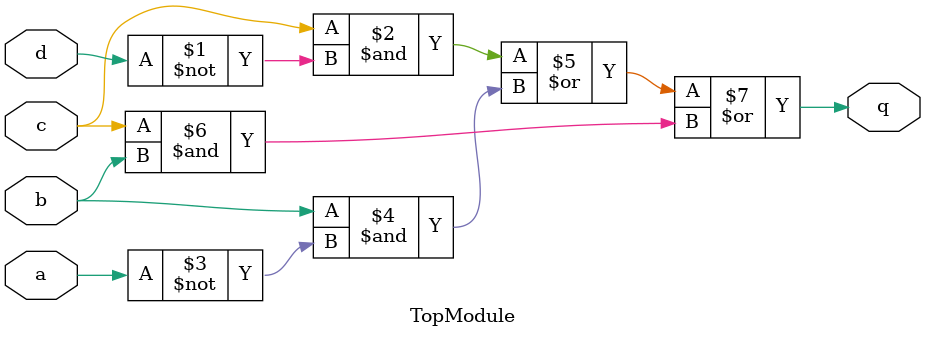
<source format=sv>

module TopModule (
  input a,
  input b,
  input c,
  input d,
  output q
);
assign q = (c & ~d) | (b & ~a) | (c & b);
endmodule

</source>
